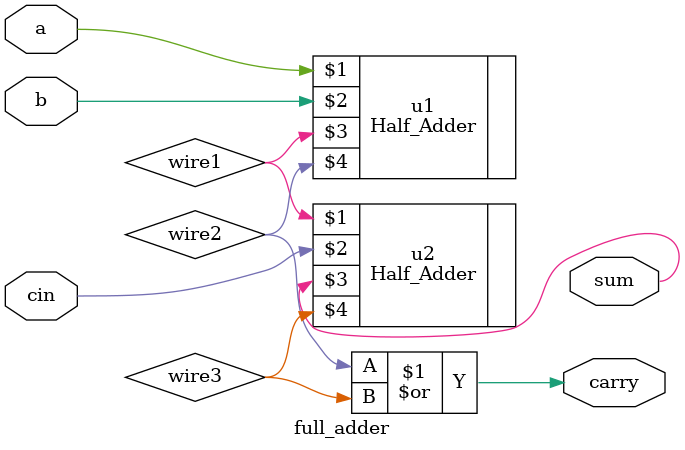
<source format=v>
`timescale 1ns / 1ps


module full_adder(
    input a,
    input b,
    input cin,
    output sum,
    output carry
    );
    
    wire wire1, wire2, wire3;
    
   Half_Adder u1( a, b, wire1, wire2);
   Half_Adder u2( wire1, cin, sum, wire3);
   
   assign carry= wire2|wire3;
   
endmodule

</source>
